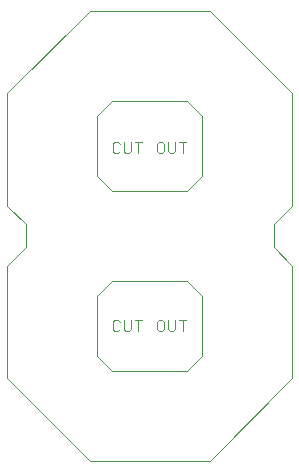
<source format=gko>
G75*
G70*
%OFA0B0*%
%FSLAX24Y24*%
%IPPOS*%
%LPD*%
%AMOC8*
5,1,8,0,0,1.08239X$1,22.5*
%
%ADD10C,0.0000*%
%ADD11C,0.0030*%
D10*
X008831Y007423D02*
X011581Y004673D01*
X015581Y004673D01*
X018331Y007423D01*
X018331Y011173D01*
X017711Y011793D01*
X017711Y012553D01*
X018331Y013173D01*
X018331Y016923D01*
X015581Y019673D01*
X011581Y019673D01*
X008831Y016923D01*
X008831Y013173D01*
X009451Y012553D01*
X009451Y011793D01*
X008831Y011173D01*
X008831Y007423D01*
X011831Y008173D02*
X011831Y010173D01*
X012331Y010673D01*
X014831Y010673D01*
X015331Y010173D01*
X015331Y008173D01*
X014831Y007673D01*
X012331Y007673D01*
X011831Y008173D01*
X012331Y013673D02*
X011831Y014173D01*
X011831Y016173D01*
X012331Y016673D01*
X014831Y016673D01*
X015331Y016173D01*
X015331Y014173D01*
X014831Y013673D01*
X012331Y013673D01*
D11*
X012408Y014938D02*
X012531Y014938D01*
X012593Y015000D01*
X012714Y015000D02*
X012776Y014938D01*
X012899Y014938D01*
X012961Y015000D01*
X012961Y015308D01*
X013083Y015308D02*
X013329Y015308D01*
X013206Y015308D02*
X013206Y014938D01*
X012714Y015000D02*
X012714Y015308D01*
X012593Y015246D02*
X012531Y015308D01*
X012408Y015308D01*
X012346Y015246D01*
X012346Y015000D01*
X012408Y014938D01*
X013819Y015000D02*
X013881Y014938D01*
X014004Y014938D01*
X014066Y015000D01*
X014066Y015246D01*
X014004Y015308D01*
X013881Y015308D01*
X013819Y015246D01*
X013819Y015000D01*
X014188Y015000D02*
X014249Y014938D01*
X014373Y014938D01*
X014434Y015000D01*
X014434Y015308D01*
X014556Y015308D02*
X014803Y015308D01*
X014679Y015308D02*
X014679Y014938D01*
X014188Y015000D02*
X014188Y015308D01*
X014188Y009358D02*
X014188Y009050D01*
X014249Y008988D01*
X014373Y008988D01*
X014434Y009050D01*
X014434Y009358D01*
X014556Y009358D02*
X014803Y009358D01*
X014679Y009358D02*
X014679Y008988D01*
X014066Y009050D02*
X014066Y009296D01*
X014004Y009358D01*
X013881Y009358D01*
X013819Y009296D01*
X013819Y009050D01*
X013881Y008988D01*
X014004Y008988D01*
X014066Y009050D01*
X013329Y009358D02*
X013083Y009358D01*
X012961Y009358D02*
X012961Y009050D01*
X012899Y008988D01*
X012776Y008988D01*
X012714Y009050D01*
X012714Y009358D01*
X012593Y009296D02*
X012531Y009358D01*
X012408Y009358D01*
X012346Y009296D01*
X012346Y009050D01*
X012408Y008988D01*
X012531Y008988D01*
X012593Y009050D01*
X013206Y008988D02*
X013206Y009358D01*
M02*

</source>
